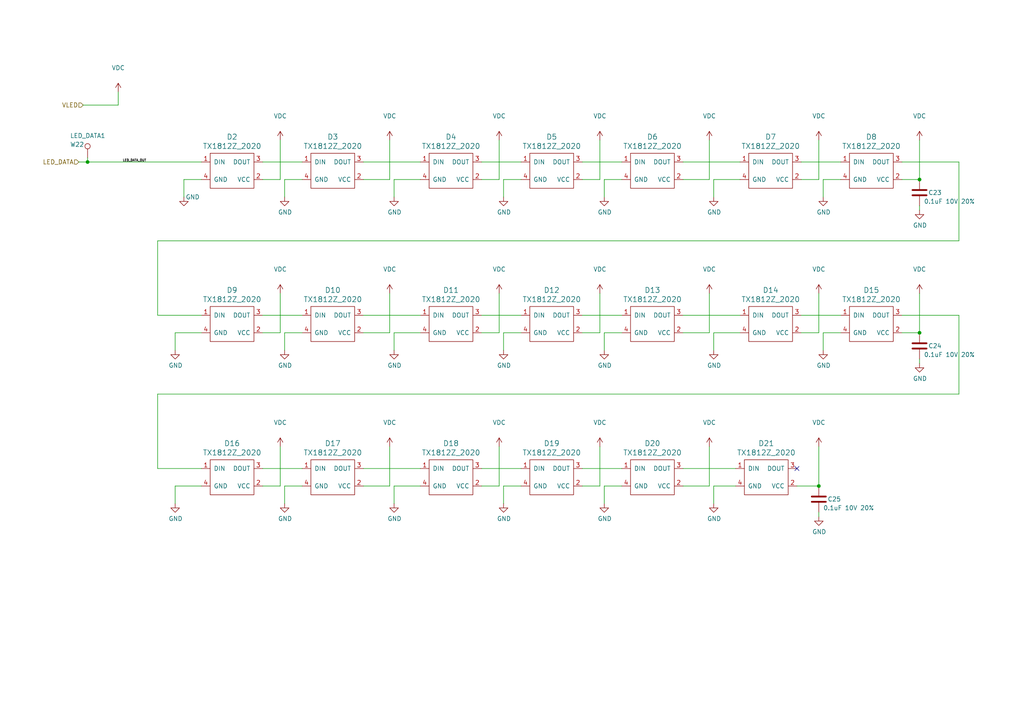
<source format=kicad_sch>
(kicad_sch (version 20211123) (generator eeschema)
  (paper "A4")
  (title_block (title "Pixels D20 Schematic, LEDs") (date "2020-04-13") (rev "2") (company "Systemic Games, LLC"))
  (lib_symbols
    (symbol "Device:C" (pin_numbers hide) (pin_names (offset 0.254))
      (property "Reference" "C" (at 0.635 2.54 0))
      (property "Value" "C" (at 0.635 -2.54 0))
      (symbol "C_0_1"
        (polyline (pts (xy -2.032 -0.762) (xy 2.032 -0.762)) (stroke (width 0.508)))
        (polyline (pts (xy -2.032 0.762) (xy 2.032 0.762)) (stroke (width 0.508)))
      )
      (symbol "C_1_1"
        (pin passive line (at 0 3.81 270) (length 2.794) (name "~") (number "1"))
        (pin passive line (at 0 -3.81 90) (length 2.794) (name "~") (number "2"))
      )
    )
    (symbol "Pixels-dice:TEST_1P-conn" (pin_numbers hide) (pin_names (offset 0.762) hide)
      (property "Reference" "W" (at 0 6.858 0))
      (property "Value" "TEST_1P-conn" (at 0 5.08 0))
      (symbol "TEST_1P-conn_0_1"
        (circle (center 0 3.302) (radius 0.762))
      )
      (symbol "TEST_1P-conn_1_1"
        (pin passive line (at 0 0 90) (length 2.54) (name "1") (number "1"))
      )
    )
    (symbol "Pixels-dice:TX1812Z_2020" (pin_names (offset 1.016))
      (property "Reference" "D" (at 0 -6.35 0))
      (property "Value" "TX1812Z_2020" (at 0 6.35 0))
      (symbol "TX1812Z_2020_0_1"
        (rectangle (start -6.35 5.08) (end 6.35 -5.08))
      )
      (symbol "TX1812Z_2020_1_1"
        (pin input line (at -8.89 2.54 0) (length 2.54) (name "DIN") (number "1"))
        (pin power_in line (at 8.89 -2.54 180) (length 2.54) (name "VCC") (number "2"))
        (pin output line (at 8.89 2.54 180) (length 2.54) (name "DOUT") (number "3"))
        (pin power_in line (at -8.89 -2.54 0) (length 2.54) (name "GND") (number "4"))
      )
    )
    (symbol "power:GND" (power) (pin_names (offset 0))
      (property "Value" "GND" (at 0 -3.81 0))
      (symbol "GND_0_1"
        (polyline (pts (xy 0 0) (xy 0 -1.27) (xy 1.27 -1.27) (xy 0 -2.54) (xy -1.27 -1.27) (xy 0 -1.27)))
      )
      (symbol "GND_1_1"
        (pin power_in line (at 0 0 270) (length 0) hide (name "GND") (number "1"))
      )
    )
    (symbol "power:VDC" (power) (pin_names (offset 0))
      (property "Value" "VDC" (at 0 6.35 0))
      (symbol "VDC_0_1"
        (polyline (pts (xy -0.762 1.27) (xy 0 2.54)))
        (polyline (pts (xy 0 0) (xy 0 2.54)))
        (polyline (pts (xy 0 2.54) (xy 0.762 1.27)))
      )
      (symbol "VDC_1_1"
        (pin power_in line (at 0 0 90) (length 0) hide (name "VDC") (number "1"))
      )
    )
  )
  (junction (at 25.4 46.99))
  (junction (at 266.7 96.52))
  (junction (at 237.49 140.97))
  (junction (at 266.7 52.07))
  (no_connect (at 231.14 135.89))
  (wire (pts (xy 76.2 135.89) (xy 87.63 135.89)))
  (wire (pts (xy 76.2 91.44) (xy 87.63 91.44)))
  (wire (pts (xy 105.41 52.07) (xy 113.03 52.07)))
  (wire (pts (xy 278.13 69.85) (xy 45.72 69.85)))
  (wire (pts (xy 53.34 52.07) (xy 53.34 57.15)))
  (wire (pts (xy 207.01 52.07) (xy 207.01 57.15)))
  (wire (pts (xy 278.13 46.99) (xy 278.13 69.85)))
  (wire (pts (xy 81.28 85.09) (xy 81.28 96.52)))
  (wire (pts (xy 175.26 52.07) (xy 175.26 57.15)))
  (wire (pts (xy 261.62 96.52) (xy 266.7 96.52)))
  (wire (pts (xy 266.7 59.69) (xy 266.7 60.96)))
  (wire (pts (xy 114.3 140.97) (xy 114.3 146.05)))
  (wire (pts (xy 205.74 40.64) (xy 205.74 52.07)))
  (wire (pts (xy 238.76 57.15) (xy 238.76 52.07)))
  (wire (pts (xy 266.7 85.09) (xy 266.7 96.52)))
  (wire (pts (xy 175.26 96.52) (xy 175.26 101.6)))
  (wire (pts (xy 168.91 52.07) (xy 173.99 52.07)))
  (wire (pts (xy 232.41 52.07) (xy 237.49 52.07)))
  (wire (pts (xy 278.13 91.44) (xy 278.13 114.3)))
  (wire (pts (xy 114.3 52.07) (xy 114.3 57.15)))
  (wire (pts (xy 173.99 129.54) (xy 173.99 140.97)))
  (wire (pts (xy 175.26 96.52) (xy 180.34 96.52)))
  (wire (pts (xy 81.28 129.54) (xy 81.28 140.97)))
  (wire (pts (xy 76.2 140.97) (xy 81.28 140.97)))
  (wire (pts (xy 237.49 148.59) (xy 237.49 149.86)))
  (wire (pts (xy 146.05 140.97) (xy 151.13 140.97)))
  (wire (pts (xy 198.12 52.07) (xy 205.74 52.07)))
  (wire (pts (xy 266.7 104.14) (xy 266.7 105.41)))
  (wire (pts (xy 207.01 140.97) (xy 207.01 146.05)))
  (wire (pts (xy 114.3 96.52) (xy 121.92 96.52)))
  (wire (pts (xy 139.7 135.89) (xy 151.13 135.89)))
  (wire (pts (xy 232.41 91.44) (xy 243.84 91.44)))
  (wire (pts (xy 25.4 45.72) (xy 25.4 46.99)))
  (wire (pts (xy 146.05 96.52) (xy 151.13 96.52)))
  (wire (pts (xy 105.41 140.97) (xy 113.03 140.97)))
  (wire (pts (xy 168.91 91.44) (xy 180.34 91.44)))
  (wire (pts (xy 76.2 46.99) (xy 87.63 46.99)))
  (wire (pts (xy 207.01 96.52) (xy 214.63 96.52)))
  (wire (pts (xy 232.41 46.99) (xy 243.84 46.99)))
  (wire (pts (xy 205.74 129.54) (xy 205.74 140.97)))
  (wire (pts (xy 113.03 129.54) (xy 113.03 140.97)))
  (wire (pts (xy 237.49 129.54) (xy 237.49 140.97)))
  (wire (pts (xy 50.8 96.52) (xy 58.42 96.52)))
  (wire (pts (xy 82.55 146.05) (xy 82.55 140.97)))
  (wire (pts (xy 53.34 52.07) (xy 58.42 52.07)))
  (wire (pts (xy 45.72 69.85) (xy 45.72 91.44)))
  (wire (pts (xy 237.49 85.09) (xy 237.49 96.52)))
  (wire (pts (xy 232.41 96.52) (xy 237.49 96.52)))
  (wire (pts (xy 198.12 91.44) (xy 214.63 91.44)))
  (wire (pts (xy 207.01 140.97) (xy 213.36 140.97)))
  (wire (pts (xy 34.29 30.48) (xy 34.29 26.67)))
  (wire (pts (xy 114.3 140.97) (xy 121.92 140.97)))
  (wire (pts (xy 45.72 114.3) (xy 45.72 135.89)))
  (wire (pts (xy 105.41 91.44) (xy 121.92 91.44)))
  (wire (pts (xy 198.12 46.99) (xy 214.63 46.99)))
  (wire (pts (xy 139.7 96.52) (xy 144.78 96.52)))
  (wire (pts (xy 50.8 140.97) (xy 50.8 146.05)))
  (wire (pts (xy 139.7 52.07) (xy 144.78 52.07)))
  (wire (pts (xy 266.7 40.64) (xy 266.7 52.07)))
  (wire (pts (xy 198.12 135.89) (xy 213.36 135.89)))
  (wire (pts (xy 82.55 140.97) (xy 87.63 140.97)))
  (wire (pts (xy 114.3 96.52) (xy 114.3 101.6)))
  (wire (pts (xy 25.4 46.99) (xy 58.42 46.99)))
  (wire (pts (xy 105.41 96.52) (xy 113.03 96.52)))
  (wire (pts (xy 231.14 140.97) (xy 237.49 140.97)))
  (wire (pts (xy 146.05 57.15) (xy 146.05 52.07)))
  (wire (pts (xy 168.91 96.52) (xy 173.99 96.52)))
  (wire (pts (xy 113.03 40.64) (xy 113.03 52.07)))
  (wire (pts (xy 144.78 40.64) (xy 144.78 52.07)))
  (wire (pts (xy 261.62 52.07) (xy 266.7 52.07)))
  (wire (pts (xy 139.7 46.99) (xy 151.13 46.99)))
  (wire (pts (xy 82.55 52.07) (xy 87.63 52.07)))
  (wire (pts (xy 175.26 140.97) (xy 175.26 146.05)))
  (wire (pts (xy 207.01 96.52) (xy 207.01 101.6)))
  (wire (pts (xy 238.76 96.52) (xy 243.84 96.52)))
  (wire (pts (xy 105.41 46.99) (xy 121.92 46.99)))
  (wire (pts (xy 261.62 91.44) (xy 278.13 91.44)))
  (wire (pts (xy 105.41 135.89) (xy 121.92 135.89)))
  (wire (pts (xy 205.74 85.09) (xy 205.74 96.52)))
  (wire (pts (xy 114.3 52.07) (xy 121.92 52.07)))
  (wire (pts (xy 50.8 140.97) (xy 58.42 140.97)))
  (wire (pts (xy 238.76 101.6) (xy 238.76 96.52)))
  (wire (pts (xy 139.7 91.44) (xy 151.13 91.44)))
  (wire (pts (xy 45.72 91.44) (xy 58.42 91.44)))
  (wire (pts (xy 175.26 52.07) (xy 180.34 52.07)))
  (wire (pts (xy 146.05 52.07) (xy 151.13 52.07)))
  (wire (pts (xy 173.99 85.09) (xy 173.99 96.52)))
  (wire (pts (xy 168.91 46.99) (xy 180.34 46.99)))
  (wire (pts (xy 22.86 46.99) (xy 25.4 46.99)))
  (wire (pts (xy 76.2 52.07) (xy 81.28 52.07)))
  (wire (pts (xy 237.49 40.64) (xy 237.49 52.07)))
  (wire (pts (xy 113.03 85.09) (xy 113.03 96.52)))
  (wire (pts (xy 173.99 40.64) (xy 173.99 52.07)))
  (wire (pts (xy 261.62 46.99) (xy 278.13 46.99)))
  (wire (pts (xy 45.72 135.89) (xy 58.42 135.89)))
  (wire (pts (xy 198.12 96.52) (xy 205.74 96.52)))
  (wire (pts (xy 81.28 40.64) (xy 81.28 52.07)))
  (wire (pts (xy 82.55 101.6) (xy 82.55 96.52)))
  (wire (pts (xy 207.01 52.07) (xy 214.63 52.07)))
  (wire (pts (xy 146.05 101.6) (xy 146.05 96.52)))
  (wire (pts (xy 24.13 30.48) (xy 34.29 30.48)))
  (wire (pts (xy 175.26 140.97) (xy 180.34 140.97)))
  (wire (pts (xy 168.91 135.89) (xy 180.34 135.89)))
  (wire (pts (xy 146.05 146.05) (xy 146.05 140.97)))
  (wire (pts (xy 82.55 57.15) (xy 82.55 52.07)))
  (wire (pts (xy 82.55 96.52) (xy 87.63 96.52)))
  (wire (pts (xy 168.91 140.97) (xy 173.99 140.97)))
  (wire (pts (xy 144.78 129.54) (xy 144.78 140.97)))
  (wire (pts (xy 139.7 140.97) (xy 144.78 140.97)))
  (wire (pts (xy 238.76 52.07) (xy 243.84 52.07)))
  (wire (pts (xy 198.12 140.97) (xy 205.74 140.97)))
  (wire (pts (xy 76.2 96.52) (xy 81.28 96.52)))
  (wire (pts (xy 50.8 96.52) (xy 50.8 101.6)))
  (wire (pts (xy 144.78 85.09) (xy 144.78 96.52)))
  (wire (pts (xy 278.13 114.3) (xy 45.72 114.3)))
  (label "LED_DATA_OUT" (at 35.56 46.99 0) (effects (font (size 0.635 0.635))))
  (hierarchical_label "LED_DATA" (shape input) (at 22.86 46.99 180))
  (hierarchical_label "VLED" (shape input) (at 24.13 30.48 180))
  (symbol (lib_id "Pixels-dice:TEST_1P-conn") (at 25.4 45.72 0) (unit 1)
    (property "Reference" "W22" (at 20.32 41.91 0) (effects (justify left)))
    (property "Value" "LED_DATA1" (at 20.32 39.37 0) (effects (justify left)))
    (property "Footprint" "Pixels-dice:TEST_PIN" (effects hide))
  )
  (symbol (lib_id "power:VDC") (at 34.29 26.67 0) (unit 1)
    (property "Reference" "#PWR0102" (effects hide))
    (property "Value" "VDC" (at 34.29 19.685 0))
  )
  (symbol (lib_id "power:VDC") (at 81.28 40.64 0) (unit 1)
    (property "Reference" "#PWR0103" (effects hide))
    (property "Value" "VDC" (at 81.28 33.655 0))
  )
  (symbol (lib_id "power:VDC") (at 113.03 40.64 0) (unit 1)
    (property "Reference" "#PWR0104" (effects hide))
    (property "Value" "VDC" (at 113.03 33.655 0))
  )
  (symbol (lib_id "power:GND") (at 53.34 57.15 0) (unit 1)
    (property "Reference" "#PWR0105" (effects hide))
    (property "Value" "GND" (at 55.88 57.15 0))
  )
  (symbol (lib_id "power:GND") (at 82.55 57.15 0) (unit 1)
    (property "Reference" "#PWR0106" (effects hide))
    (property "Value" "GND" (at 82.677 61.5442 0))
  )
  (symbol (lib_id "power:VDC") (at 144.78 40.64 0) (unit 1)
    (property "Reference" "#PWR0107" (effects hide))
    (property "Value" "VDC" (at 144.78 33.655 0))
  )
  (symbol (lib_id "power:VDC") (at 173.99 40.64 0) (unit 1)
    (property "Reference" "#PWR0108" (effects hide))
    (property "Value" "VDC" (at 173.99 33.655 0))
  )
  (symbol (lib_id "power:GND") (at 114.3 57.15 0) (unit 1)
    (property "Reference" "#PWR0109" (effects hide))
    (property "Value" "GND" (at 114.427 61.5442 0))
  )
  (symbol (lib_id "power:GND") (at 146.05 57.15 0) (unit 1)
    (property "Reference" "#PWR0110" (effects hide))
    (property "Value" "GND" (at 146.177 61.5442 0))
  )
  (symbol (lib_id "power:VDC") (at 205.74 40.64 0) (unit 1)
    (property "Reference" "#PWR0111" (effects hide))
    (property "Value" "VDC" (at 205.74 33.655 0))
  )
  (symbol (lib_id "power:VDC") (at 237.49 40.64 0) (unit 1)
    (property "Reference" "#PWR0112" (effects hide))
    (property "Value" "VDC" (at 237.49 33.655 0))
  )
  (symbol (lib_id "power:VDC") (at 266.7 40.64 0) (unit 1)
    (property "Reference" "#PWR0113" (effects hide))
    (property "Value" "VDC" (at 266.7 33.655 0))
  )
  (symbol (lib_id "power:GND") (at 207.01 57.15 0) (unit 1)
    (property "Reference" "#PWR0114" (effects hide))
    (property "Value" "GND" (at 207.137 61.5442 0))
  )
  (symbol (lib_id "power:GND") (at 238.76 57.15 0) (unit 1)
    (property "Reference" "#PWR0115" (effects hide))
    (property "Value" "GND" (at 238.887 61.5442 0))
  )
  (symbol (lib_id "power:GND") (at 175.26 57.15 0) (unit 1)
    (property "Reference" "#PWR0116" (effects hide))
    (property "Value" "GND" (at 175.387 61.5442 0))
  )
  (symbol (lib_id "power:VDC") (at 81.28 85.09 0) (unit 1)
    (property "Reference" "#PWR0117" (effects hide))
    (property "Value" "VDC" (at 81.28 78.105 0))
  )
  (symbol (lib_id "power:VDC") (at 113.03 85.09 0) (unit 1)
    (property "Reference" "#PWR0118" (effects hide))
    (property "Value" "VDC" (at 113.03 78.105 0))
  )
  (symbol (lib_id "power:GND") (at 50.8 101.6 0) (unit 1)
    (property "Reference" "#PWR0119" (effects hide))
    (property "Value" "GND" (at 50.927 105.9942 0))
  )
  (symbol (lib_id "power:GND") (at 82.55 101.6 0) (unit 1)
    (property "Reference" "#PWR0120" (effects hide))
    (property "Value" "GND" (at 82.677 105.9942 0))
  )
  (symbol (lib_id "power:VDC") (at 144.78 85.09 0) (unit 1)
    (property "Reference" "#PWR019" (effects hide))
    (property "Value" "VDC" (at 144.78 78.105 0))
  )
  (symbol (lib_id "power:VDC") (at 173.99 85.09 0) (unit 1)
    (property "Reference" "#PWR0121" (effects hide))
    (property "Value" "VDC" (at 173.99 78.105 0))
  )
  (symbol (lib_id "power:GND") (at 114.3 101.6 0) (unit 1)
    (property "Reference" "#PWR0122" (effects hide))
    (property "Value" "GND" (at 114.427 105.9942 0))
  )
  (symbol (lib_id "power:GND") (at 146.05 101.6 0) (unit 1)
    (property "Reference" "#PWR0123" (effects hide))
    (property "Value" "GND" (at 146.177 105.9942 0))
  )
  (symbol (lib_id "power:VDC") (at 205.74 85.09 0) (unit 1)
    (property "Reference" "#PWR0124" (effects hide))
    (property "Value" "VDC" (at 205.74 78.105 0))
  )
  (symbol (lib_id "power:VDC") (at 237.49 85.09 0) (unit 1)
    (property "Reference" "#PWR0125" (effects hide))
    (property "Value" "VDC" (at 237.49 78.105 0))
  )
  (symbol (lib_id "power:VDC") (at 266.7 85.09 0) (unit 1)
    (property "Reference" "#PWR0126" (effects hide))
    (property "Value" "VDC" (at 266.7 78.105 0))
  )
  (symbol (lib_id "power:GND") (at 207.01 101.6 0) (unit 1)
    (property "Reference" "#PWR0127" (effects hide))
    (property "Value" "GND" (at 207.137 105.9942 0))
  )
  (symbol (lib_id "power:GND") (at 238.76 101.6 0) (unit 1)
    (property "Reference" "#PWR0128" (effects hide))
    (property "Value" "GND" (at 238.887 105.9942 0))
  )
  (symbol (lib_id "power:GND") (at 175.26 101.6 0) (unit 1)
    (property "Reference" "#PWR0129" (effects hide))
    (property "Value" "GND" (at 175.387 105.9942 0))
  )
  (symbol (lib_id "power:VDC") (at 81.28 129.54 0) (unit 1)
    (property "Reference" "#PWR0130" (effects hide))
    (property "Value" "VDC" (at 81.28 122.555 0))
  )
  (symbol (lib_id "power:VDC") (at 113.03 129.54 0) (unit 1)
    (property "Reference" "#PWR0131" (effects hide))
    (property "Value" "VDC" (at 113.03 122.555 0))
  )
  (symbol (lib_id "power:GND") (at 50.8 146.05 0) (unit 1)
    (property "Reference" "#PWR0132" (effects hide))
    (property "Value" "GND" (at 50.927 150.4442 0))
  )
  (symbol (lib_id "power:GND") (at 82.55 146.05 0) (unit 1)
    (property "Reference" "#PWR0133" (effects hide))
    (property "Value" "GND" (at 82.677 150.4442 0))
  )
  (symbol (lib_id "power:VDC") (at 144.78 129.54 0) (unit 1)
    (property "Reference" "#PWR0134" (effects hide))
    (property "Value" "VDC" (at 144.78 122.555 0))
  )
  (symbol (lib_id "power:VDC") (at 173.99 129.54 0) (unit 1)
    (property "Reference" "#PWR0135" (effects hide))
    (property "Value" "VDC" (at 173.99 122.555 0))
  )
  (symbol (lib_id "power:GND") (at 114.3 146.05 0) (unit 1)
    (property "Reference" "#PWR0136" (effects hide))
    (property "Value" "GND" (at 114.427 150.4442 0))
  )
  (symbol (lib_id "power:GND") (at 146.05 146.05 0) (unit 1)
    (property "Reference" "#PWR0137" (effects hide))
    (property "Value" "GND" (at 146.177 150.4442 0))
  )
  (symbol (lib_id "power:VDC") (at 205.74 129.54 0) (unit 1)
    (property "Reference" "#PWR0138" (effects hide))
    (property "Value" "VDC" (at 205.74 122.555 0))
  )
  (symbol (lib_id "power:VDC") (at 237.49 129.54 0) (unit 1)
    (property "Reference" "#PWR0139" (effects hide))
    (property "Value" "VDC" (at 237.49 122.555 0))
  )
  (symbol (lib_id "power:GND") (at 207.01 146.05 0) (unit 1)
    (property "Reference" "#PWR043" (effects hide))
    (property "Value" "GND" (at 207.137 150.4442 0))
  )
  (symbol (lib_id "power:GND") (at 175.26 146.05 0) (unit 1)
    (property "Reference" "#PWR042" (effects hide))
    (property "Value" "GND" (at 175.387 150.4442 0))
  )
  (symbol (lib_id "Device:C") (at 266.7 55.88 0) (unit 1)
    (property "Reference" "C23" (at 269.24 55.88 0) (effects (justify left)))
    (property "Value" "0.1uF 10V 20%" (at 267.97 58.42 0) (effects (justify left)))
    (property "Footprint" "Capacitor_SMD:C_0402_1005Metric" (effects hide))
    (property "Generic OK" "YES" (effects hide))
    (property "Pixels Part Number" "SMD-C005" (effects hide))
    (property "Manufacturer" "Murata" (effects hide))
    (property "Manufacturer Part Number" "GRM155R61H104KE19D" (effects hide))
  )
  (symbol (lib_id "power:GND") (at 266.7 60.96 0) (unit 1)
    (property "Reference" "#PWR0140" (effects hide))
    (property "Value" "GND" (at 266.827 65.3542 0))
  )
  (symbol (lib_id "Device:C") (at 266.7 100.33 0) (unit 1)
    (property "Reference" "C24" (at 269.24 100.33 0) (effects (justify left)))
    (property "Value" "0.1uF 10V 20%" (at 267.97 102.87 0) (effects (justify left)))
    (property "Footprint" "Capacitor_SMD:C_0402_1005Metric" (effects hide))
    (property "Generic OK" "YES" (effects hide))
    (property "Pixels Part Number" "SMD-C005" (effects hide))
    (property "Manufacturer" "Murata" (effects hide))
    (property "Manufacturer Part Number" "GRM155R61H104KE19D" (effects hide))
  )
  (symbol (lib_id "power:GND") (at 266.7 105.41 0) (unit 1)
    (property "Reference" "#PWR0141" (effects hide))
    (property "Value" "GND" (at 266.827 109.8042 0))
  )
  (symbol (lib_id "Device:C") (at 237.49 144.78 0) (unit 1)
    (property "Reference" "C25" (at 240.03 144.78 0) (effects (justify left)))
    (property "Value" "0.1uF 10V 20%" (at 238.76 147.32 0) (effects (justify left)))
    (property "Footprint" "Capacitor_SMD:C_0402_1005Metric" (effects hide))
    (property "Generic OK" "YES" (effects hide))
    (property "Pixels Part Number" "SMD-C005" (effects hide))
    (property "Manufacturer" "Murata" (effects hide))
    (property "Manufacturer Part Number" "GRM155R61H104KE19D" (effects hide))
  )
  (symbol (lib_id "power:GND") (at 237.49 149.86 0) (unit 1)
    (property "Reference" "#PWR044" (effects hide))
    (property "Value" "GND" (at 237.617 154.2542 0))
  )
  (symbol (lib_id "Pixels-dice:TX1812Z_2020") (at 67.31 49.53 0) (unit 1)
    (property "Reference" "D2" (at 67.31 39.7002 0) (effects (font (size 1.524 1.524))))
    (property "Value" "TX1812Z_2020" (at 67.31 42.3926 0) (effects (font (size 1.524 1.524))))
    (property "Footprint" "Pixels-dice:TX1812Z_2020" (effects hide))
    (property "Manufacturer" "TCWIN" (effects hide))
    (property "Manufacturer Part Number" "TX1812Z 2020" (effects hide))
    (property "Pixels Part Number" "SMD-D002-ALT2" (effects hide))
    (property "Generic OK" "NO" (effects hide))
  )
  (symbol (lib_id "Pixels-dice:TX1812Z_2020") (at 96.52 49.53 0) (unit 1)
    (property "Reference" "D3" (at 96.52 39.7002 0) (effects (font (size 1.524 1.524))))
    (property "Value" "TX1812Z_2020" (at 96.52 42.3926 0) (effects (font (size 1.524 1.524))))
    (property "Footprint" "Pixels-dice:TX1812Z_2020" (effects hide))
    (property "Manufacturer" "TCWIN" (effects hide))
    (property "Manufacturer Part Number" "TX1812Z 2020" (effects hide))
    (property "Pixels Part Number" "SMD-D002-ALT2" (effects hide))
    (property "Generic OK" "NO" (effects hide))
  )
  (symbol (lib_id "Pixels-dice:TX1812Z_2020") (at 130.81 49.53 0) (unit 1)
    (property "Reference" "D4" (at 130.81 39.7002 0) (effects (font (size 1.524 1.524))))
    (property "Value" "TX1812Z_2020" (at 130.81 42.3926 0) (effects (font (size 1.524 1.524))))
    (property "Footprint" "Pixels-dice:TX1812Z_2020" (effects hide))
    (property "Manufacturer" "TCWIN" (effects hide))
    (property "Manufacturer Part Number" "TX1812Z 2020" (effects hide))
    (property "Pixels Part Number" "SMD-D002-ALT2" (effects hide))
    (property "Generic OK" "NO" (effects hide))
  )
  (symbol (lib_id "Pixels-dice:TX1812Z_2020") (at 160.02 49.53 0) (unit 1)
    (property "Reference" "D5" (at 160.02 39.7002 0) (effects (font (size 1.524 1.524))))
    (property "Value" "TX1812Z_2020" (at 160.02 42.3926 0) (effects (font (size 1.524 1.524))))
    (property "Footprint" "Pixels-dice:TX1812Z_2020" (effects hide))
    (property "Manufacturer" "TCWIN" (effects hide))
    (property "Manufacturer Part Number" "TX1812Z 2020" (effects hide))
    (property "Pixels Part Number" "SMD-D002-ALT2" (effects hide))
    (property "Generic OK" "NO" (effects hide))
  )
  (symbol (lib_id "Pixels-dice:TX1812Z_2020") (at 189.23 49.53 0) (unit 1)
    (property "Reference" "D6" (at 189.23 39.7002 0) (effects (font (size 1.524 1.524))))
    (property "Value" "TX1812Z_2020" (at 189.23 42.3926 0) (effects (font (size 1.524 1.524))))
    (property "Footprint" "Pixels-dice:TX1812Z_2020" (effects hide))
    (property "Manufacturer" "TCWIN" (effects hide))
    (property "Manufacturer Part Number" "TX1812Z 2020" (effects hide))
    (property "Pixels Part Number" "SMD-D002-ALT2" (effects hide))
    (property "Generic OK" "NO" (effects hide))
  )
  (symbol (lib_id "Pixels-dice:TX1812Z_2020") (at 223.52 49.53 0) (unit 1)
    (property "Reference" "D7" (at 223.52 39.7002 0) (effects (font (size 1.524 1.524))))
    (property "Value" "TX1812Z_2020" (at 223.52 42.3926 0) (effects (font (size 1.524 1.524))))
    (property "Footprint" "Pixels-dice:TX1812Z_2020" (effects hide))
    (property "Manufacturer" "TCWIN" (effects hide))
    (property "Manufacturer Part Number" "TX1812Z 2020" (effects hide))
    (property "Pixels Part Number" "SMD-D002-ALT2" (effects hide))
    (property "Generic OK" "NO" (effects hide))
  )
  (symbol (lib_id "Pixels-dice:TX1812Z_2020") (at 252.73 49.53 0) (unit 1)
    (property "Reference" "D8" (at 252.73 39.7002 0) (effects (font (size 1.524 1.524))))
    (property "Value" "TX1812Z_2020" (at 252.73 42.3926 0) (effects (font (size 1.524 1.524))))
    (property "Footprint" "Pixels-dice:TX1812Z_2020" (effects hide))
    (property "Manufacturer" "TCWIN" (effects hide))
    (property "Manufacturer Part Number" "TX1812Z 2020" (effects hide))
    (property "Pixels Part Number" "SMD-D002-ALT2" (effects hide))
    (property "Generic OK" "NO" (effects hide))
  )
  (symbol (lib_id "Pixels-dice:TX1812Z_2020") (at 67.31 93.98 0) (unit 1)
    (property "Reference" "D9" (at 67.31 84.1502 0) (effects (font (size 1.524 1.524))))
    (property "Value" "TX1812Z_2020" (at 67.31 86.8426 0) (effects (font (size 1.524 1.524))))
    (property "Footprint" "Pixels-dice:TX1812Z_2020" (effects hide))
    (property "Manufacturer" "TCWIN" (effects hide))
    (property "Manufacturer Part Number" "TX1812Z 2020" (effects hide))
    (property "Pixels Part Number" "SMD-D002-ALT2" (effects hide))
    (property "Generic OK" "NO" (effects hide))
  )
  (symbol (lib_id "Pixels-dice:TX1812Z_2020") (at 96.52 93.98 0) (unit 1)
    (property "Reference" "D10" (at 96.52 84.1502 0) (effects (font (size 1.524 1.524))))
    (property "Value" "TX1812Z_2020" (at 96.52 86.8426 0) (effects (font (size 1.524 1.524))))
    (property "Footprint" "Pixels-dice:TX1812Z_2020" (effects hide))
    (property "Manufacturer" "TCWIN" (effects hide))
    (property "Manufacturer Part Number" "TX1812Z 2020" (effects hide))
    (property "Pixels Part Number" "SMD-D002-ALT2" (effects hide))
    (property "Generic OK" "NO" (effects hide))
  )
  (symbol (lib_id "Pixels-dice:TX1812Z_2020") (at 130.81 93.98 0) (unit 1)
    (property "Reference" "D11" (at 130.81 84.1502 0) (effects (font (size 1.524 1.524))))
    (property "Value" "TX1812Z_2020" (at 130.81 86.8426 0) (effects (font (size 1.524 1.524))))
    (property "Footprint" "Pixels-dice:TX1812Z_2020" (effects hide))
    (property "Manufacturer" "TCWIN" (effects hide))
    (property "Manufacturer Part Number" "TX1812Z 2020" (effects hide))
    (property "Pixels Part Number" "SMD-D002-ALT2" (effects hide))
    (property "Generic OK" "NO" (effects hide))
  )
  (symbol (lib_id "Pixels-dice:TX1812Z_2020") (at 160.02 93.98 0) (unit 1)
    (property "Reference" "D12" (at 160.02 84.1502 0) (effects (font (size 1.524 1.524))))
    (property "Value" "TX1812Z_2020" (at 160.02 86.8426 0) (effects (font (size 1.524 1.524))))
    (property "Footprint" "Pixels-dice:TX1812Z_2020" (effects hide))
    (property "Manufacturer" "TCWIN" (effects hide))
    (property "Manufacturer Part Number" "TX1812Z 2020" (effects hide))
    (property "Pixels Part Number" "SMD-D002-ALT2" (effects hide))
    (property "Generic OK" "NO" (effects hide))
  )
  (symbol (lib_id "Pixels-dice:TX1812Z_2020") (at 189.23 93.98 0) (unit 1)
    (property "Reference" "D13" (at 189.23 84.1502 0) (effects (font (size 1.524 1.524))))
    (property "Value" "TX1812Z_2020" (at 189.23 86.8426 0) (effects (font (size 1.524 1.524))))
    (property "Footprint" "Pixels-dice:TX1812Z_2020" (effects hide))
    (property "Manufacturer" "TCWIN" (effects hide))
    (property "Manufacturer Part Number" "TX1812Z 2020" (effects hide))
    (property "Pixels Part Number" "SMD-D002-ALT2" (effects hide))
    (property "Generic OK" "NO" (effects hide))
  )
  (symbol (lib_id "Pixels-dice:TX1812Z_2020") (at 223.52 93.98 0) (unit 1)
    (property "Reference" "D14" (at 223.52 84.1502 0) (effects (font (size 1.524 1.524))))
    (property "Value" "TX1812Z_2020" (at 223.52 86.8426 0) (effects (font (size 1.524 1.524))))
    (property "Footprint" "Pixels-dice:TX1812Z_2020" (effects hide))
    (property "Manufacturer" "TCWIN" (effects hide))
    (property "Manufacturer Part Number" "TX1812Z 2020" (effects hide))
    (property "Pixels Part Number" "SMD-D002-ALT2" (effects hide))
    (property "Generic OK" "NO" (effects hide))
  )
  (symbol (lib_id "Pixels-dice:TX1812Z_2020") (at 252.73 93.98 0) (unit 1)
    (property "Reference" "D15" (at 252.73 84.1502 0) (effects (font (size 1.524 1.524))))
    (property "Value" "TX1812Z_2020" (at 252.73 86.8426 0) (effects (font (size 1.524 1.524))))
    (property "Footprint" "Pixels-dice:TX1812Z_2020" (effects hide))
    (property "Manufacturer" "TCWIN" (effects hide))
    (property "Manufacturer Part Number" "TX1812Z 2020" (effects hide))
    (property "Pixels Part Number" "SMD-D002-ALT2" (effects hide))
    (property "Generic OK" "NO" (effects hide))
  )
  (symbol (lib_id "Pixels-dice:TX1812Z_2020") (at 67.31 138.43 0) (unit 1)
    (property "Reference" "D16" (at 67.31 128.6002 0) (effects (font (size 1.524 1.524))))
    (property "Value" "TX1812Z_2020" (at 67.31 131.2926 0) (effects (font (size 1.524 1.524))))
    (property "Footprint" "Pixels-dice:TX1812Z_2020" (effects hide))
    (property "Manufacturer" "TCWIN" (effects hide))
    (property "Manufacturer Part Number" "TX1812Z 2020" (effects hide))
    (property "Pixels Part Number" "SMD-D002-ALT2" (effects hide))
    (property "Generic OK" "NO" (effects hide))
  )
  (symbol (lib_id "Pixels-dice:TX1812Z_2020") (at 96.52 138.43 0) (unit 1)
    (property "Reference" "D17" (at 96.52 128.6002 0) (effects (font (size 1.524 1.524))))
    (property "Value" "TX1812Z_2020" (at 96.52 131.2926 0) (effects (font (size 1.524 1.524))))
    (property "Footprint" "Pixels-dice:TX1812Z_2020" (effects hide))
    (property "Manufacturer" "TCWIN" (effects hide))
    (property "Manufacturer Part Number" "TX1812Z 2020" (effects hide))
    (property "Pixels Part Number" "SMD-D002-ALT2" (effects hide))
    (property "Generic OK" "NO" (effects hide))
  )
  (symbol (lib_id "Pixels-dice:TX1812Z_2020") (at 130.81 138.43 0) (unit 1)
    (property "Reference" "D18" (at 130.81 128.6002 0) (effects (font (size 1.524 1.524))))
    (property "Value" "TX1812Z_2020" (at 130.81 131.2926 0) (effects (font (size 1.524 1.524))))
    (property "Footprint" "Pixels-dice:TX1812Z_2020" (effects hide))
    (property "Manufacturer" "TCWIN" (effects hide))
    (property "Manufacturer Part Number" "TX1812Z 2020" (effects hide))
    (property "Pixels Part Number" "SMD-D002-ALT2" (effects hide))
    (property "Generic OK" "NO" (effects hide))
  )
  (symbol (lib_id "Pixels-dice:TX1812Z_2020") (at 160.02 138.43 0) (unit 1)
    (property "Reference" "D19" (at 160.02 128.6002 0) (effects (font (size 1.524 1.524))))
    (property "Value" "TX1812Z_2020" (at 160.02 131.2926 0) (effects (font (size 1.524 1.524))))
    (property "Footprint" "Pixels-dice:TX1812Z_2020" (effects hide))
    (property "Manufacturer" "TCWIN" (effects hide))
    (property "Manufacturer Part Number" "TX1812Z 2020" (effects hide))
    (property "Pixels Part Number" "SMD-D002-ALT2" (effects hide))
    (property "Generic OK" "NO" (effects hide))
  )
  (symbol (lib_id "Pixels-dice:TX1812Z_2020") (at 189.23 138.43 0) (unit 1)
    (property "Reference" "D20" (at 189.23 128.6002 0) (effects (font (size 1.524 1.524))))
    (property "Value" "TX1812Z_2020" (at 189.23 131.2926 0) (effects (font (size 1.524 1.524))))
    (property "Footprint" "Pixels-dice:TX1812Z_2020" (effects hide))
    (property "Manufacturer" "TCWIN" (effects hide))
    (property "Manufacturer Part Number" "TX1812Z 2020" (effects hide))
    (property "Pixels Part Number" "SMD-D002-ALT2" (effects hide))
    (property "Generic OK" "NO" (effects hide))
  )
  (symbol (lib_id "Pixels-dice:TX1812Z_2020") (at 222.25 138.43 0) (unit 1)
    (property "Reference" "D21" (at 222.25 128.6002 0) (effects (font (size 1.524 1.524))))
    (property "Value" "TX1812Z_2020" (at 222.25 131.2926 0) (effects (font (size 1.524 1.524))))
    (property "Footprint" "Pixels-dice:TX1812Z_2020" (effects hide))
    (property "Manufacturer" "TCWIN" (effects hide))
    (property "Manufacturer Part Number" "TX1812Z 2020" (effects hide))
    (property "Pixels Part Number" "SMD-D002-ALT2" (effects hide))
    (property "Generic OK" "NO" (effects hide))
  )
)
</source>
